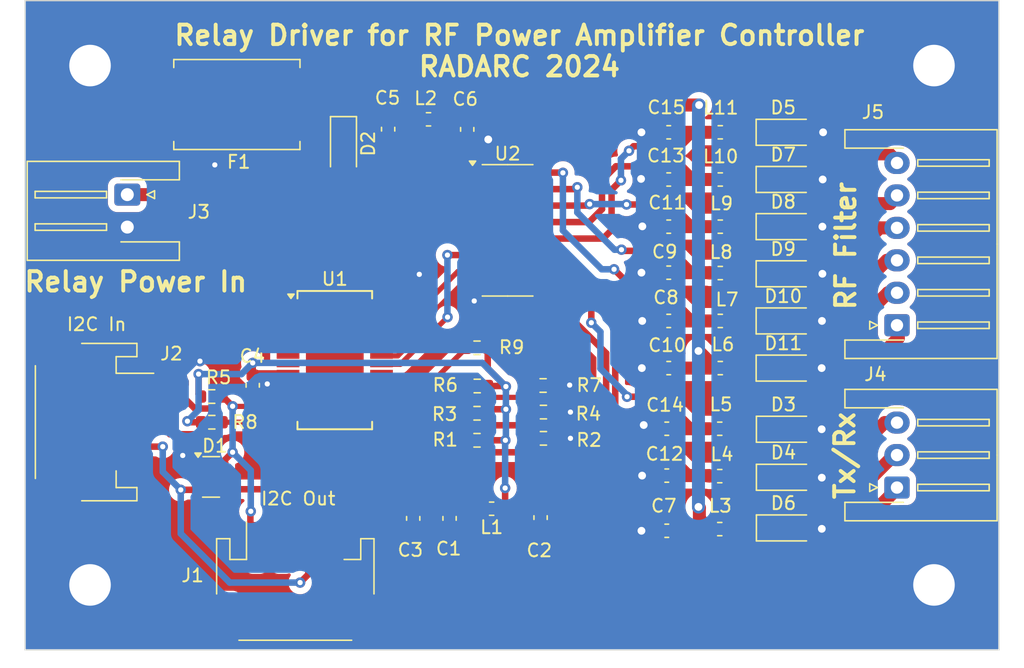
<source format=kicad_pcb>
(kicad_pcb (version 20240108) (generator "pcbnew") (generator_version "8.0")
  (layers (0 "F.Cu" signal) (31 "B.Cu" signal) (34 "B.Paste" user) (35 "F.Paste" user) (36 "B.SilkS" user "B.Silkscreen") (37 "F.SilkS" user "F.Silkscreen") (38 "B.Mask" user) (39 "F.Mask" user) (44 "Edge.Cuts" user))
  (net 0 "")
  (net 1 "Net-(J1-Pin_3)")
  (net 2 "GND")
  (net 3 "+3.3V")
  (net 4 "Net-(D2-K)")
  (net 5 "Net-(U2-COM)")
  (net 6 "Net-(U2-O1)")
  (net 7 "Net-(U2-O2)")
  (net 8 "Net-(U2-O3)")
  (net 9 "Net-(U2-O6)")
  (net 10 "Net-(U2-O4)")
  (net 11 "Net-(U2-O7)")
  (net 12 "Net-(U2-O5)")
  (net 13 "Net-(J1-Pin_2)")
  (net 14 "Net-(J1-Pin_1)")
  (net 15 "Net-(D3-K)")
  (net 16 "Net-(D4-K)")
  (net 17 "Net-(D5-K)")
  (net 18 "Net-(D6-K)")
  (net 19 "Net-(D7-K)")
  (net 20 "Net-(D8-K)")
  (net 21 "Net-(D9-K)")
  (net 22 "Net-(D10-K)")
  (net 23 "Net-(D11-K)")
  (net 24 "Net-(J3-Pin_1)")
  (net 25 "Net-(U1-A0)")
  (net 26 "Net-(U1-A1)")
  (net 27 "Net-(U1-A2)")
  (net 28 "Net-(U1-~{RESET})")
  (net 29 "Net-(U1-GPB0)")
  (net 30 "Net-(U1-GPB1)")
  (net 31 "Net-(U1-GPB2)")
  (net 32 "Net-(U1-GPB3)")
  (net 33 "Net-(U1-GPB4)")
  (net 41 "Net-(U1-GPA0)")
  (net 42 "Net-(U1-GPA1)")
  (footprint "Inductor_SMD:L_0603_1608Metric" (layer "F.Cu") (at 35.93 39.13 180)
    (property "Reference" "L1")
    (property "Value" "1uH")
  )
  (footprint "Connector_JST:JST_XH_S6B-XH-A-1_1x06_P2.50mm_Horizontal" (layer "F.Cu") (at 67.15 25 90)
    (property "Reference" "J5")
    (property "Value" "Conn_01x06")
  )
  (footprint "Capacitor_SMD:C_0603_1608Metric" (layer "F.Cu") (at 49.57 10.14 180)
    (property "Reference" "C15")
    (property "Value" "100n")
  )
  (footprint "Diode_SMD:D_SOD-123F" (layer "F.Cu") (at 58.5125 21.036)
    (property "Reference" "D9")
    (property "Value" "SMF4L12A")
  )
  (footprint "Connector_JST:JST_PH_S4B-PH-SM4-TB_1x04-1MP_P2.00mm_Horizontal" (layer "F.Cu") (at 5.3 32.46 -90)
    (property "Reference" "J2")
    (property "Value" "Conn_01x04")
  )
  (footprint "Diode_SMD:D_SOD-123F" (layer "F.Cu") (at 58.5125 10.14)
    (property "Reference" "D5")
    (property "Value" "SMF4L12A")
  )
  (footprint "Diode_SMD:D_SOD-123F" (layer "F.Cu") (at 58.5125 28.3)
    (property "Reference" "D11")
    (property "Value" "SMF4L12A")
  )
  (footprint "Capacitor_SMD:C_0603_1608Metric" (layer "F.Cu") (at 49.42 32.97 180)
    (property "Reference" "C14")
    (property "Value" "100n")
  )
  (footprint "Package_SO:SO-16_3.9x9.9mm_P1.27mm" (layer "F.Cu") (at 37.16 17.69)
    (property "Reference" "U2")
    (property "Value" "ULN2003A")
  )
  (footprint "MountingHole:MountingHole_3.2mm_M3_DIN965_Pad" (layer "F.Cu") (at 5 45)
    (property "Reference" "H1" (hide yes))
    (property "Value" "MountingHole_Pad")
  )
  (footprint "Resistor_SMD:R_0603_1608Metric" (layer "F.Cu") (at 34.82 29.68 180)
    (property "Reference" "R6")
    (property "Value" "10K")
  )
  (footprint "Capacitor_SMD:C_0603_1608Metric" (layer "F.Cu") (at 32.69 39.875 -90)
    (property "Reference" "C1")
    (property "Value" "100n")
  )
  (footprint "Resistor_SMD:R_0603_1608Metric" (layer "F.Cu") (at 34.805 31.78 180)
    (property "Reference" "R3")
    (property "Value" "10K")
  )
  (footprint "Inductor_SMD:L_0603_1608Metric" (layer "F.Cu") (at 53.5 32.97 180)
    (property "Reference" "L5")
    (property "Value" "1uH")
  )
  (footprint "Diode_SMD:D_SOD-123F" (layer "F.Cu") (at 58.5325 40.61)
    (property "Reference" "D6")
    (property "Value" "SMF4L12A")
  )
  (footprint "Capacitor_SMD:C_0603_1608Metric" (layer "F.Cu") (at 29.89 39.875 -90)
    (property "Reference" "C3")
    (property "Value" "1u")
  )
  (footprint "Capacitor_SMD:C_0603_1608Metric" (layer "F.Cu") (at 49.57 17.406389 180)
    (property "Reference" "C11")
    (property "Value" "100n")
  )
  (footprint "MountingHole:MountingHole_3.2mm_M3_DIN965_Pad" (layer "F.Cu") (at 5 5)
    (property "Reference" "H2" (hide yes))
    (property "Value" "MountingHole_Pad")
  )
  (footprint "Connector_JST:JST_XH_S3B-XH-A-1_1x03_P2.50mm_Horizontal" (layer "F.Cu") (at 67.15 37.5 90)
    (property "Reference" "J4")
    (property "Value" "Conn_01x03")
  )
  (footprint "Capacitor_SMD:C_0603_1608Metric" (layer "F.Cu") (at 39.7 39.815 -90)
    (property "Reference" "C2")
    (property "Value" "100n")
  )
  (footprint "Resistor_SMD:R_0603_1608Metric" (layer "F.Cu") (at 34.805 26.74 180)
    (property "Reference" "R9")
    (property "Value" "10K")
  )
  (footprint "Package_TO_SOT_SMD:SOT-143" (layer "F.Cu") (at 14.32 36.68)
    (property "Reference" "D1")
    (property "Value" "SP0503BAHT")
  )
  (footprint "Capacitor_SMD:C_0603_1608Metric" (layer "F.Cu") (at 34.05 9.915 -90)
    (property "Reference" "C6")
    (property "Value" "100n")
  )
  (footprint "Inductor_SMD:L_0603_1608Metric" (layer "F.Cu") (at 53.5 40.7 180)
    (property "Reference" "L3")
    (property "Value" "1uH")
  )
  (footprint "Resistor_SMD:R_0603_1608Metric" (layer "F.Cu") (at 14.37 30.49)
    (property "Reference" "R5")
    (property "Value" "4k7")
  )
  (footprint "Inductor_SMD:L_0603_1608Metric" (layer "F.Cu") (at 31.07 9.14 180)
    (property "Reference" "L2")
    (property "Value" "1uH")
  )
  (footprint "Capacitor_SMD:C_0603_1608Metric" (layer "F.Cu") (at 49.57 13.775186 180)
    (property "Reference" "C13")
    (property "Value" "100n")
  )
  (footprint "Capacitor_SMD:C_0603_1608Metric" (layer "F.Cu") (at 17.53 29.625 -90)
    (property "Reference" "C4")
    (property "Value" "100n")
  )
  (footprint "Capacitor_SMD:C_0603_1608Metric" (layer "F.Cu") (at 49.57 20.95 180)
    (property "Reference" "C9")
    (property "Value" "100n")
  )
  (footprint "Inductor_SMD:L_0603_1608Metric" (layer "F.Cu") (at 53.54 13.775186 180)
    (property "Reference" "L10")
    (property "Value" "1uH")
  )
  (footprint "Package_SO:SSOP-28_5.3x10.2mm_P0.65mm" (layer "F.Cu") (at 23.85 27.685)
    (property "Reference" "U1")
    (property "Value" "MCP23017_SO")
  )
  (footprint "Connector_JST:JST_XH_S2B-XH-A-1_1x02_P2.50mm_Horizontal" (layer "F.Cu") (at 7.87 14.94 -90)
    (property "Reference" "J3")
    (property "Value" "Conn_01x02")
  )
  (footprint "Inductor_SMD:L_0603_1608Metric" (layer "F.Cu") (at 53.5 36.62 180)
    (property "Reference" "L4")
    (property "Value" "1uH")
  )
  (footprint "Capacitor_SMD:C_0603_1608Metric" (layer "F.Cu") (at 49.42 40.83 180)
    (property "Reference" "C7")
    (property "Value" "100n")
  )
  (footprint "Capacitor_SMD:C_0603_1608Metric" (layer "F.Cu") (at 49.57 24.668795 180)
    (property "Reference" "C8")
    (property "Value" "100n")
  )
  (footprint "Resistor_SMD:R_0603_1608Metric" (layer "F.Cu") (at 39.92 31.69)
    (property "Reference" "R4")
    (property "Value" "NF")
  )
  (footprint "Resistor_SMD:R_0603_1608Metric" (layer "F.Cu") (at 39.92 33.71)
    (property "Reference" "R2")
    (property "Value" "NF")
  )
  (footprint "Diode_SMD:D_SOD-123F" (layer "F.Cu") (at 58.5325 36.71)
    (property "Reference" "D4")
    (property "Value" "SMF4L12A")
  )
  (footprint "Inductor_SMD:L_0603_1608Metric" (layer "F.Cu") (at 53.54 10.14 180)
    (property "Reference" "L11")
    (property "Value" "1uH")
  )
  (footprint "Capacitor_SMD:C_0603_1608Metric" (layer "F.Cu") (at 49.42 36.58 180)
    (property "Reference" "C12")
    (property "Value" "100n")
  )
  (footprint "Inductor_SMD:L_0603_1608Metric" (layer "F.Cu") (at 53.54 17.406389 180)
    (property "Reference" "L9")
    (property "Value" "1uH")
  )
  (footprint "Diode_SMD:D_SOD-123F" (layer "F.Cu") (at 58.5125 17.404)
    (property "Reference" "D8")
    (property "Value" "SMF4L12A")
  )
  (footprint "Resistor_SMD:R_0603_1608Metric" (layer "F.Cu") (at 14.38 32.47)
    (property "Reference" "R8")
    (property "Value" "4k7")
  )
  (footprint "Resistor_SMD:R_0603_1608Metric" (layer "F.Cu") (at 34.805 33.86 180)
    (property "Reference" "R1")
    (property "Value" "10K")
  )
  (footprint "MountingHole:MountingHole_3.2mm_M3_DIN965_Pad" (layer "F.Cu") (at 70 45)
    (property "Reference" "H4" (hide yes))
    (property "Value" "MountingHole_Pad")
  )
  (footprint "Connector_JST:JST_PH_S4B-PH-SM4-TB_1x04-1MP_P2.00mm_Horizontal" (layer "F.Cu") (at 20.81 44.75)
    (property "Reference" "J1")
    (property "Value" "Conn_01x04")
  )
  (footprint "Inductor_SMD:L_0603_1608Metric" (layer "F.Cu") (at 53.54 28.3 180)
    (property "Reference" "L6")
    (property "Value" "1uH")
  )
  (footprint "MountingHole:MountingHole_3.2mm_M3_DIN965_Pad" (layer "F.Cu") (at 70 5)
    (property "Reference" "H3" (hide yes))
    (property "Value" "MountingHole_Pad")
  )
  (footprint "Inductor_SMD:L_0603_1608Metric" (layer "F.Cu") (at 53.54 20.98 180)
    (property "Reference" "L8")
    (property "Value" "1uH")
  )
  (footprint "Diode_SMD:D_SOD-123F" (layer "F.Cu") (at 58.5125 13.772)
    (property "Reference" "D7")
    (property "Value" "SMF4L12A")
  )
  (footprint "Capacitor_SMD:C_0603_1608Metric" (layer "F.Cu") (at 27.96 9.9 -90)
    (property "Reference" "C5")
    (property "Value" "100n")
  )
  (footprint "Capacitor_SMD:C_0603_1608Metric" (layer "F.Cu") (at 49.57 28.3 180)
    (property "Reference" "C10")
    (property "Value" "100n")
  )
  (footprint "Diode_SMD:D_SOD-123F" (layer "F.Cu") (at 58.5325 33.01)
    (property "Reference" "D3")
    (property "Value" "SMF4L12A")
  )
  (footprint "Resistor_SMD:R_0603_1608Metric" (layer "F.Cu") (at 39.895 29.64)
    (property "Reference" "R7")
    (property "Value" "NF")
  )
  (footprint "Diode_SMD:D_SOD-123F" (layer "F.Cu") (at 58.5125 24.668)
    (property "Reference" "D10")
    (property "Value" "SMF4L12A")
  )
  (footprint "Diode_SMD:D_SOD-123F" (layer "F.Cu") (at 24.52 11.1425 -90)
    (property "Reference" "D2")
    (property "Value" "SMF4L12A")
  )
  (footprint "Inductor_SMD:L_0603_1608Metric" (layer "F.Cu") (at 53.54 24.668795 180)
    (property "Reference" "L7")
    (property "Value" "1uH")
  )
  (footprint "Fuse:Fuse_Bourns_MF-SM_9.5x6.71mm" (layer "F.Cu") (at 16.31 8 180)
    (property "Reference" "F1")
    (property "Value" " 500mA")
  )
  (gr_line (start 75 50) (end 75 0) (stroke (width 0.1)) (layer "Edge.Cuts"))
  (gr_line (start 0 50) (end 75 50) (stroke (width 0.1)) (layer "Edge.Cuts"))
  (gr_line (start 0 0) (end 0 50) (stroke (width 0.1)) (layer "Edge.Cuts"))
  (gr_line (start 75 0) (end 0 0) (stroke (width 0.1)) (layer "Edge.Cuts"))
  (gr_text "Relay Driver for RF Power Amplifier Controller\nRADARC 2024" (at 38.07 5.96 0) (layer "F.SilkS") (effects (font (size 1.5 1.5) (thickness 0.3) (bold yes)) (justify bottom)))
  (gr_text "Tx/Rx" (at 64.01 38.56 90) (layer "F.SilkS") (effects (font (size 1.5 1.5) (thickness 0.3) (bold yes)) (justify left bottom)))
  (gr_text "I2C In" (at 3.12 25.51 0) (layer "F.SilkS") (effects (font (size 1 1)) (justify left bottom)))
  (gr_text "I2C Out" (at 18.08 38.94 0) (layer "F.SilkS") (effects (font (size 1 1)) (justify left bottom)))
  (gr_text "RF Filter" (at 64.08 23.98 90) (layer "F.SilkS") (effects (font (size 1.5 1.5) (thickness 0.3) (bold yes)) (justify left bottom)))
  (gr_text "Relay Power In" (at -0.21 22.53 0) (layer "F.SilkS") (effects (font (size 1.5 1.5) (thickness 0.3) (bold yes)) (justify left bottom)))
  (segment (start 21.81 41.9) (end 21.81 44.19) (width 0.5) (layer "F.Cu") (net 1))
  (segment (start 21.81 41.9) (end 21.81 41.160051) (width 0.5) (layer "F.Cu") (net 1))
  (segment (start 9.04 34.35) (end 10.6 34.35) (width 0.5) (layer "F.Cu") (net 1))
  (segment (start 8.15 33.46) (end 9.04 34.35) (width 0.5) (layer "F.Cu") (net 1))
  (segment (start 11.986551 37.67576) (end 13.27424 37.67576) (width 0.5) (layer "F.Cu") (net 1))
  (segment (start 35.1425 39.13) (end 32.72 39.13) (width 0.5) (layer "F.Cu") (net 1))
  (segment (start 32.69 39.1) (end 29.89 39.1) (width 0.5) (layer "F.Cu") (net 1))
  (segment (start 23.870051 39.1) (end 29.89 39.1) (width 0.5) (layer "F.Cu") (net 1))
  (segment (start 21.81 41.160051) (end 23.870051 39.1) (width 0.5) (layer "F.Cu") (net 1))
  (segment (start 32.72 39.13) (end 32.69 39.1) (width 0.5) (layer "F.Cu") (net 1))
  (segment (start 13.27424 37.67576) (end 13.32 37.63) (width 0.5) (layer "F.Cu") (net 1))
  (segment (start 21.81 44.19) (end 21.18 44.82) (width 0.5) (layer "F.Cu") (net 1))
  (via (at 10.6 34.35) (size 0.8) (drill 0.4) (layers "F.Cu" "B.Cu") (net 1))
  (via (at 11.986551 37.67576) (size 0.8) (drill 0.4) (layers "F.Cu" "B.Cu") (net 1))
  (via (at 21.18 44.82) (size 0.8) (drill 0.4) (layers "F.Cu" "B.Cu") (net 1))
  (segment (start 15.76 44.82) (end 21.18 44.82) (width 0.5) (layer "B.Cu") (net 1))
  (segment (start 10.6 36.289209) (end 11.986551 37.67576) (width 0.5) (layer "B.Cu") (net 1))
  (segment (start 11.986551 37.67576) (end 11.986551 41.046551) (width 0.5) (layer "B.Cu") (net 1))
  (segment (start 10.6 36.12) (end 10.6 36.289209) (width 0.5) (layer "B.Cu") (net 1))
  (segment (start 10.6 34.35) (end 10.6 36.12) (width 0.5) (layer "B.Cu") (net 1))
  (segment (start 11.986551 41.046551) (end 15.76 44.82) (width 0.5) (layer "B.Cu") (net 1))
  (segment (start 59.9125 28.3) (end 61.35 28.3) (width 1) (layer "F.Cu") (net 2))
  (segment (start 13.467208 27.76629) (end 14.89629 27.76629) (width 0.5) (layer "F.Cu") (net 2))
  (segment (start 8.15 35.46) (end 8.15 41.85) (width 0.5) (layer "F.Cu") (net 2))
  (segment (start 48.645 36.58) (end 47.52 36.58) (width 1) (layer "F.Cu") (net 2))
  (segment (start 18.65 29.28) (end 18.65 29.52) (width 0.4) (layer "F.Cu") (net 2))
  (segment (start 48.795 28.3) (end 47.5 28.3) (width 1) (layer "F.Cu") (net 2))
  (segment (start 34.035 10.675) (end 34.05 10.69) (width 1) (layer "F.Cu") (net 2))
  (segment (start 20.25 29.31) (end 18.62 29.31) (width 0.4) (layer "F.Cu") (net 2))
  (segment (start 59.9125 21.036) (end 61.406 21.036) (width 1) (layer "F.Cu") (net 2))
  (segment (start 13.32 35.9) (end 13.01 35.9) (width 0.5) (layer "F.Cu") (net 2))
  (segment (start 18.41 29.52) (end 17.53 30.4) (width 0.4) (layer "F.Cu") (net 2))
  (segment (start 59.9325 40.61) (end 61.29 40.61) (width 1) (layer "F.Cu") (net 2))
  (segment (start 24.52 12.5425) (end 26.0925 12.5425) (width 1) (layer "F.Cu") (net 2))
  (segment (start 61.29 40.61) (end 61.36 40.68) (width 1) (layer "F.Cu") (net 2))
  (segment (start 48.645 40.83) (end 47.47 40.83) (width 1) (layer "F.Cu") (net 2))
  (segment (start 8.62 35.93) (end 13.32 35.93) (width 0.5) (layer "F.Cu") (net 2))
  (segment (start 8.15 41.85) (end 5 45) (width 0.5) (layer "F.Cu") (net 2))
  (segment (start 59.9325 33.01) (end 61.35 33.01) (width 1) (layer "F.Cu") (net 2))
  (segment (start 26.0925 12.5425) (end 27.96 10.675) (width 1) (layer "F.Cu") (net 2))
  (segment (start 23.81 41.9) (end 28.64 41.9) (width 0.5) (layer "F.Cu") (net 2))
  (segment (start 34.05 10.69) (end 35.67 10.69) (width 1) (layer "F.Cu") (net 2))
  (segment (start 14.89629 27.76629) (end 17.53 30.4) (width 0.5) (layer "F.Cu") (net 2))
  (segment (start 44.68 10.69) (end 45.23 10.14) (width 1) (layer "F.Cu") (net 2))
  (segment (start 59.9125 13.772) (end 61.428 13.772) (width 1) (layer "F.Cu") (net 2))
  (segment (start 48.795 17.406389) (end 47.560963 17.406389) (width 1) (layer "F.Cu") (net 2))
  (segment (start 40.72 29.64) (end 41.91 29.64) (width 0.5) (layer "F.Cu") (net 2))
  (segment (start 59.9125 24.668) (end 61.372 24.668) (width 1) (layer "F.Cu") (net 2))
  (segment (start 41.91 29.64) (end 41.94 29.61) (width 0.5) (layer "F.Cu") (net 2))
  (segment (start 47.560963 17.406389) (end 47.538676 17.384102) (width 1) (layer "F.Cu") (net 2))
  (segment (start 28.64 41.9) (end 29.89 40.65) (width 0.5) (layer "F.Cu") (net 2))
  (segment (start 29.89 40.65) (end 32.69 40.65) (width 0.5) (layer "F.Cu") (net 2))
  (segment (start 45.23 10.14) (end 47.47 10.14) (width 1) (layer "F.Cu") (net 2))
  (segment (start 48.795 10.14) (end 47.47 10.14) (width 1) (layer "F.Cu") (net 2))
  (segment (start 13.01 35.9) (end 12.14 35.03) (width 0.5) (layer "F.Cu") (net 2))
  (segment (start 48.645 32.97) (end 47.928506 32.97) (width 1) (layer "F.Cu") (net 2))
  (segment (start 34.585 23.125) (end 34.59 23.13) (width 0.5) (layer "F.Cu") (net 2))
  (segment (start 48.795 20.95) (end 47.47 20.95) (width 1) (layer "F.Cu") (net 2))
  (segment (start 8.15 35.46) (end 8.62 35.93) (width 0.5) (layer "F.Cu") (net 2))
  (segment (start 42 38.29) (end 42 33.71) (width 0.5) (layer "F.Cu") (net 2))
  (segment (start 40.745 31.69) (end 42 31.69) (width 0.5) (layer "F.Cu") (net 2))
  (segment (start 47.485186 13.775186) (end 47.44 13.73) (width 1) (layer "F.Cu") (net 2))
  (segment (start 7.87 17.44) (end 11.5925 17.44) (width 1) (layer "F.Cu") (net 2))
  (segment (start 59.9125 17.404) (end 61.406 17.404) (width 1) (layer "F.Cu") (net 2))
  (segment (start 61.33 36.71) (end 61.36 36.74) (width 1) (layer "F.Cu") (net 2))
  (segment (start 48.795 13.775186) (end 47.485186 13.775186) (width 1) (layer "F.Cu") (net 2))
  (segment (start 39.7 40.59) (end 42 38.29) (width 0.5) (layer "F.Cu") (net 2))
  (segment (start 59.9125 10.14) (end 61.46 10.14) (width 1) (layer "F.Cu") (net 2))
  (segment (start 59.9325 36.71) (end 61.33 36.71) (width 1) (layer "F.Cu") (net 2))
  (segment (start 35.67 10.69) (end 44.68 10.69) (width 1) (layer "F.Cu") (net 2))
  (segment (start 39.64 40.65) (end 39.7 40.59) (width 0.5) (layer "F.Cu") (net 2))
  (segment (start 48.795 24.668795) (end 47.528795 24.668795) (width 1) (layer "F.Cu") (net 2))
  (segment (start 18.65 29.52) (end 18.41 29.52) (width 0.4) (layer "F.Cu") (net 2))
  (segment (start 27.96 10.675) (end 34.035 10.675) (width 1) (layer "F.Cu") (net 2))
  (segment (start 32.69 40.65) (end 39.64 40.65) (width 0.5) (layer "F.Cu") (net 2))
  (segment (start 47.928506 32.97) (end 47.644253 32.685747) (width 1) (layer "F.Cu") (net 2))
  (segment (start 40.745 33.71) (end 42 33.71) (width 0.5) (layer "F.Cu") (net 2))
  (segment (start 34.585 22.135) (end 34.585 23.125) (width 0.5) (layer "F.Cu") (net 2))
  (segment (start 18.62 29.31) (end 18.65 29.28) (width 0.4) (layer "F.Cu") (net 2))
  (segment (start 13.32 35.93) (end 13.32 35.9) (width 0.5) (layer "F.Cu") (net 2))
  (via (at 61.36 36.74) (size 1) (drill 0.6) (layers "F.Cu" "B.Cu") (net 2))
  (via (at 13.467208 27.76629) (size 0.8) (drill 0.4) (layers "F.Cu" "B.Cu") (net 2))
  (via (at 12.14 35.03) (size 0.8) (drill 0.4) (layers "F.Cu" "B.Cu") (net 2))
  (via (at 18.65 29.52) (size 0.8) (drill 0.4) (layers "F.Cu" "B.Cu") (net 2))
  (via (at 47.644253 32.685747) (size 1) (drill 0.6) (layers "F.Cu" "B.Cu") (net 2))
  (via (at 47.528795 24.668795) (size 1) (drill 0.6) (layers "F.Cu" "B.Cu") (net 2))
  (via (at 61.406 21.036) (size 1) (drill 0.6) (layers "F.Cu" "B.Cu") (net 2))
  (via (at 61.36 40.68) (size 1) (drill 0.6) (layers "F.Cu" "B.Cu") (net 2))
  (via (at 47.47 40.83) (size 1) (drill 0.6) (layers "F.Cu" "B.Cu") (net 2))
  (via (at 35.67 10.69) (size 1) (drill 0.6) (layers "F.Cu" "B.Cu") (net 2))
  (via (at 47.44 13.73) (size 1) (drill 0.6) (layers "F.Cu" "B.Cu") (net 2))
  (via (at 30.36 21.08) (size 0.8) (drill 0.4) (layers "F.Cu" "B.Cu") (net 2))
  (via (at 47.52 36.58) (size 1) (drill 0.6) (layers "F.Cu" "B.Cu") (net 2))
  (via (at 34.59 23.13) (size 0.8) (drill 0.4) (layers "F.Cu" "B.Cu") (net 2))
  (via (at 61.35 33.01) (size 1) (drill 0.6) (layers "F.Cu" "B.Cu") (net 2))
  (via (at 14.61 12.65) (size 0.8) (drill 0.4) (layers "F.Cu" "B.Cu") (net 2))
  (via (at 47.47 10.14) (size 1) (drill 0.6) (layers "F.Cu" "B.Cu") (net 2))
  (via (at 61.372 24.668) (size 1) (drill 0.6) (layers "F.Cu" "B.Cu") (net 2))
  (via (at 47.5 28.3) (size 1) (drill 0.6) (layers "F.Cu" "B.Cu") (net 2))
  (via (at 47.47 20.95) (size 1) (drill 0.6) (layers "F.Cu" "B.Cu") (net 2))
  (via (at 42 33.71) (size 0.8) (drill 0.4) (layers "F.Cu" "B.Cu") (net 2))
  (via (at 61.428 13.772) (size 1) (drill 0.6) (layers "F.Cu" "B.Cu") (net 2))
  (via (at 42 31.69) (size 0.8) (drill 0.4) (layers "F.Cu" "B.Cu") (net 2))
  (via (at 61.406 17.404) (size 1) (drill 0.6) (layers "F.Cu" "B.Cu") (net 2))
  (via (at 41.94 29.61) (size 0.8) (drill 0.4) (layers "F.Cu" "B.Cu") (net 2))
  (via (at 61.35 28.3) (size 1) (drill 0.6) (layers "F.Cu" "B.Cu") (net 2))
  (via (at 47.538676 17.384102) (size 1) (drill 0.6) (layers "F.Cu" "B.Cu") (net 2))
  (via (at 61.46 10.14) (size 1) (drill 0.6) (layers "F.Cu" "B.Cu") (net 2))
  (segment (start 41.94 31.63) (end 41.94 29.61) (width 0.5) (layer "B.Cu") (net 2))
  (segment (start 47.538676 13.828676) (end 47.538676 17.384102) (width 1) (layer "B.Cu") (net 2))
  (segment (start 47.46 28.34) (end 47.46 32.501494) (width 1) (layer "B.Cu") (net 2))
  (segment (start 11.6 34.49) (end 11.6 29.318447) (width 0.5) (layer "B.Cu") (net 2))
  (segment (start 61.406 24.634) (end 61.372 24.668) (width 1) (layer "B.Cu") (net 2))
  (segment (start 47.48 32.85) (end 47.644253 32.685747) (width 1) (layer "B.Cu") (net 2))
  (segment (start 61.36 40.68) (end 61.36 36.74) (width 1) (layer "B.Cu") (net 2))
  (segment (start 61.372 28.278) (end 61.35 28.3) (width 1) (layer "B.Cu") (net 2))
  (segment (start 61.406 21.036) (end 61.406 24.634) (width 1) (layer "B.Cu") (net 2))
  (segment (start 46.648506 31.69) (end 47.644253 32.685747) (width 0.5) (layer "B.Cu") (net 2))
  (segment (start 47.47 36.63) (end 47.52 36.58) (width 1) (layer "B.Cu") (net 2))
  (segment (start 61.36 40.68) (end 65.68 45) (width 1) (layer "B.Cu") (net 2))
  (segment (start 61.46 10.14) (end 61.46 7.72) (width 1) (layer "B.Cu") (net 2))
  (segment (start 61.36 36.74) (end 61.36 33.02) (width 1) (layer "B.Cu") (net 2))
  (segment (start 39.802254 29.61) (end 41.94 29.61) (width 0.5) (layer "B.Cu") (net 2))
  (segment (start 61.428 17.382) (end 61.406 17.404) (width 1) (layer "B.Cu") (net 2))
  (segment (start 7.87 17.44) (end 7.87 22.169082) (width 0.5) (layer "B.Cu") (net 2))
  (segment (start 47.5 28.3) (end 47.46 28.34) (width 1) (layer "B.Cu") (net 2))
  (segment (start 42 31.69) (end 41.94 31.63) (width 0.5) (layer "B.Cu") (net 2))
  (segment (start 34.59 23.13) (end 34.59 24.397746) (width 0.5) (layer "B.Cu") (net 2))
  (segment (start 47.44 13.73) (end 47.611434 13.558566) (width 1) (layer "B.Cu") (net 2))
  (segment (start 13.152157 27.76629) (end 13.467208 27.76629) (width 0.5) (layer "B.Cu") (net 2))
  (segment (start 47.611434 13.558566) (end 47.611434 10.281434) (width 1) (layer "B.Cu") (net 2))
  (segment (start 7.87 22.169082) (end 13.467208 27.76629) (width 0.5) (layer "B.Cu") (net 2))
  (segment (start 61.35 28.3) (end 61.35 33.01) (width 1) (layer "B.Cu") (net 2))
  (segment (start 47.528795 24.668795) (end 47.528795 28.271205) (width 1) (layer "B.Cu") (net 2))
  (segment (start 47.47 20.95) (end 47.47 24.61) (width 1) (layer "B.Cu") (net 2))
  (segment (start 64.18 5) (end 70 5) (width 1) (layer "B.Cu") (net 2))
  (segment (start 47.611434 10.281434) (end 47.47 10.14) (width 1) (layer "B.Cu") (net 2))
  (segment (start 12.65 12.65) (end 14.61 12.65) (width 1) (layer "B.Cu") (net 2))
  (segment (start 61.46 13.74) (end 61.428 13.772) (width 1) (layer "B.Cu") (net 2))
  (segment (start 35.67 10.69) (end 36.21 10.15) (width 1) (layer "B.Cu") (net 2))
  (segment (start 12.14 35.03) (end 11.6 34.49) (width 0.5) (layer "B.Cu") (net 2))
  (segment (start 47.47 24.61) (end 47.528795 24.668795) (width 1) (layer "B.Cu") (net 2))
  (segment (start 61.372 24.668) (end 61.372 28.278) (width 1) (layer "B.Cu") (net 2))
  (segment (start 47.46 10.13) (end 47.47 10.14) (width 1) (layer "B.Cu") (net 2))
  (segment (start 5 5) (end 12.65 12.65) (width 1) (layer "B.Cu") (net 2))
  (segment (start 47.46 32.501494) (end 47.644253 32.685747) (width 1) (layer "B.Cu") (net 2))
  (segment (start 42 31.69) (end 46.648506 31.69) (width 0.5) (layer "B.Cu") (net 2))
  (segment (start 47.52 36.58) (end 47.48 36.54) (width 1) (layer "B.Cu") (net 2))
  (segment (start 34.59 24.397746) (end 39.802254 29.61) (width 0.5) (layer "B.Cu") (net 2))
  (segment (start 47.44 13.73) (end 47.538676 13.828676) (width 1) (layer "B.Cu") (net 2))
  (segment (start 47.47 40.83) (end 47.47 36.63) (width 1) (layer "B.Cu") (net 2))
  (segment (start 47.47 20.95) (end 47.534909 20.885091) (width 1) (layer "B.Cu") (net 2))
  (segment (start 61.428 13.772) (end 61.428 17.382) (width 1) (layer "B.Cu") (net 2))
  (segment (start 61.36 33.02) (end 61.35 33.01) (width 1) (layer "B.Cu") (net 2))
  (segment (start 14.61 12.59) (end 14.61 12.65) (width 1) (layer "B.Cu") (net 2))
  (segment (start 47.534909 17.387869) (end 47.538676 17.384102) (width 1) (layer "B.Cu") (net 2))
  (segment (start 47.528795 28.271205) (end 47.5 28.3) (width 1) (layer "B.Cu") (net 2))
  (segment (start 47.48 36.54) (end 47.48 32.85) (width 1) (layer "B.Cu") (net 2))
  (segment (start 61.46 7.72) (end 64.18 5) (width 1) (layer "B.Cu") (net 2))
  (segment (start 11.6 29.318447) (end 13.152157 27.76629) (width 0.5) (layer "B.Cu") (net 2))
  (segment (start 65.68 45) (end 70 45) (width 1) (layer "B.Cu") (net 2))
  (segment (start 61.406 17.404) (end 61.406 21.036) (width 1) (layer "B.Cu") (net 2))
  (segment (start 47.534909 20.885091) (end 47.534909 17.387869) (width 1) (layer "B.Cu") (net 2))
  (segment (start 61.46 10.14) (end 61.46 13.74) (width 1) (layer "B.Cu") (net 2))
  (segment (start 42 31.69) (end 42 33.71) (width 0.5) (layer "B.Cu") (net 2))
  (segment (start 12.58 32.47) (end 12.5 32.39) (width 0.5) (layer "F.Cu") (net 3))
  (segment (start 13.555 30.5) (end 13.545 30.49) (width 0.5) (layer "F.Cu") (net 3))
  (segment (start 13.545 30.49) (end 13.36 30.305) (width 0.5) (layer "F.Cu") (net 3))
  (segment (start 35.63 28.32) (end 37.03 29.72) (width 0.5) (layer "F.Cu") (net 3))
  (segment (start 20.25 28.66) (end 17.72 28.66) (width 0.4) (layer "F.Cu") (net 3))
  (segment (start 36.7175 39.13) (end 36.97 38.8775) (width 0.5) (layer "F.Cu") (net 3))
  (segment (start 35.63 26.74) (end 35.63 28.32) (width 0.5) (layer "F.Cu") (net 3))
  (segment (start 39.7 39.04) (end 36.8075 39.04) (width 0.5) (layer "F.Cu") (net 3))
  (segment (start 36.99 29.68) (end 37.03 29.72) (width 0.5) (layer "F.Cu") (net 3))
  (segment (start 35.66 31.75) (end 35.94 31.47) (width 0.5) (layer "F.Cu") (net 3))
  (segment (start 17.72 28.66) (end 17.53 28.85) (width 0.4) (layer "F.Cu") (net 3))
  (segment (start 35.63 31.78) (end 35.66 31.75) (width 0.5) (layer "F.Cu") (net 3))
  (segment (start 35.94 31.47) (end 37.03 31.47) (width 0.5) (layer "F.Cu") (net 3))
  (segment (start 17.53 28.85) (end 17.53 27.9) (width 0.5) (layer "F.Cu") (net 3))
  (segment (start 35.63 33.86) (end 36.99 33.86) (width 0.5) (layer "F.Cu") (net 3))
  (segment (start 13.36 30.305) (end 13.36 28.760529) (width 0.5) (layer "F.Cu") (net 3))
  (segment (start 36.97 38.8775) (end 36.97 37.54) (width 0.5) (layer "F.Cu") (net 3))
  (segment (start 13.555 32.47) (end 12.58 32.47) (width 0.5) (layer "F.Cu") (net 3))
  (segment (start 35.645 29.68) (end 36.99 29.68) (width 0.5) (layer "F.Cu") (net 3))
  (segment (start 36.8075 39.04) (end 36.7175 39.13) (width 0.5) (layer "F.Cu") (net 3))
  (via (at 17.53 27.9) (size 0.8) (drill 0.4) (layers "F.Cu" "B.Cu") (net 3))
  (via (at 37.03 31.47) (size 0.8) (drill 0.4) (layers "F.Cu" "B.Cu") (net 3))
  (via (at 12.5 32.39) (size 0.8) (drill 0.4) (layers "F.Cu" "B.Cu") (net 3))
  (via (at 36.97 37.54) (size 0.8) (drill 0.4) (layers "F.Cu" "B.Cu") (net 3))
  (via (at 13.36 28.760529) (size 0.8) (drill 0.4) (layers "F.Cu" "B.Cu") (net 3))
  (via (at 37.03 29.72) (size 0.8) (drill 0.4) (layers "F.Cu" "B.Cu") (net 3))
  (via (at 36.99 33.86) (size 0.8) (drill 0.4) (layers "F.Cu" "B.Cu") (net 3))
  (segment (start 37.03 33.82) (end 36.99 33.86) (width 0.5) (layer "B.Cu") (net 3))
  (segment (start 36.97 37.54) (end 36.97 33.88) (width 0.5) (layer "B.Cu") (net 3))
  (segment (start 37.03 31.47) (end 37.03 29.72) (width 0.5) (layer "B.Cu") (net 3))
  (segment (start 35.21 27.9) (end 37.03 29.72) (width 0.5) (layer "B.Cu") (net 3))
  (segment (start 13.36 28.760529) (end 13.36 31.53) (width 0.5) (layer "B.Cu") (net 3))
  (segment (start 37.03 31.47) (end 37.03 33.82) (width 0.5) (layer "B.Cu") (net 3))
  (segment (start 17.53 27.9) (end 35.21 27.9) (width 0.5) (layer "B.Cu") (net 3))
  (segment (start 17.53 27.9) (end 16.669471 28.760529) (width 0.5) (layer "B.Cu") (net 3))
  (segment (start 16.669471 28.760529) (end 13.36 28.760529) (width 0.5) (layer "B.Cu") (net 3))
  (segment (start 13.36 31.53) (end 12.5 32.39) (width 0.5) (layer "B.Cu") (net 3))
  (segment (start 36.97 33.88) (end 36.99 33.86) (width 0.5) (layer "B.Cu") (net 3))
  (segment (start 30.2675 9.125) (end 30.2825 9.14) (width 1) (layer "F.Cu") (net 4))
  (segment (start 20.51 8) (end 22.79 8) (width 1) (layer "F.Cu") (net 4))
  (segment (start 27.96 9.125) (end 30.2675 9.125) (width 1) (layer "F.Cu") (net 4))
  (segment (start 26.835 8) (end 27.96 9.125) (width 1) (layer "F.Cu") (net 4))
  (segment (start 24.52 9.7425) (end 24.52 9.73) (width 1) (layer "F.Cu") (net 4))
  (segment (start 24.52 9.73) (end 22.79 8) (width 1) (layer "F.Cu") (net 4))
  (segment (start 22.79 8) (end 26.835 8) (width 1) (layer "F.Cu") (net 4))
  (segment (start 50.195 40.83) (end 52.5825 40.83) (width 1) (layer "F.Cu") (net 5))
  (segment (start 44.75 40.59) (end 45.94 41.78) (width 0.5) (layer "F.Cu") (net 5))
  (segment (start 52.5825 40.83) (end 52.7125 40.7) (width 1) (layer "F.Cu") (net 5))
  (segment (start 35.589988 8.040012) (end 51.91 8.040012) (width 1) (layer "F.Cu") (net 5))
  (segment (start 31.8575 9.14) (end 34.05 9.14) (width 1) (layer "F.Cu") (net 5))
  (segment (start 34.05 9.14) (end 34.49 9.14) (width 1) (layer "F.Cu") (net 5))
  (segment (start 52.7125 40.7) (end 51.93 39.9175) (width 1) (layer "F.Cu") (net 5))
  (segment (start 51.93 39.06) (end 51.86 38.99) (width 1) (layer "F.Cu") (net 5))
  (segment (start 49.245 41.78) (end 50.195 40.83) (width 0.5) (layer "F.Cu") (net 5))
  (segment (start 34.49 9.14) (end 35.589988 8.040012) (width 1) (layer "F.Cu") (net 5))
  (segment (start 52.7525 28.3) (end 52.7525 27.8725) (width 1) (layer "F.Cu") (net 5))
  (segment (start 45.94 41.78) (end 49.245 41.78) (width 0.5) (layer "F.Cu") (net 5))
  (segment (start 52.7525 27.8725) (end 51.86 26.98) (width 1) (layer "F.Cu") (net 5))
  (segment (start 51.93 39.9175) (end 51.93 39.06) (width 1) (layer "F.Cu") (net 5))
  (segment (start 44.75 27.15) (end 44.75 40.59) (width 0.5) (layer "F.Cu") (net 5))
  (segment (start 39.735 22.135) (end 44.75 27.15) (width 0.5) (layer "F.Cu") (net 5))
  (segment (start 50.345 28.3) (end 52.7525 28.3) (width 1) (layer "F.Cu") (net 5))
  (via (at 51.91 8.040012) (size 1) (drill 0.6) (layers "F.Cu" "B.Cu") (net 5))
  (via (at 51.86 26.98) (size 1) (drill 0.6) (layers "F.Cu" "B.Cu") (net 5))
  (via (at 51.86 38.99) (size 1) (drill 0.6) (layers "F.Cu" "B.Cu") (net 5))
  (segment (start 51.86 8.090012) (end 51.91 8.040012) (width 1) (layer "B.Cu") (net 5))
  (segment (start 51.86 26.98) (end 51.86 8.090012) (width 1) (layer "B.Cu") (net 5))
  (segment (start 51.86 38.99) (end 51.86 26.98) (width 1) (layer "B.Cu") (net 5))
  (segment (start 51.58 24.668795) (end 49.801205 22.89) (width 0.5) (layer "F.Cu") (net 6))
  (segment (start 50.345 24.668795) (end 51.58 24.668795) (width 1) (layer "F.Cu") (net 6))
  (segment (start 51.58 24.668795) (end 52.7525 24.668795) (width 1) (layer "F.Cu") (net 6))
  (segment (start 47.559984 22.89) (end 45.359984 20.69) (width 0.5) (layer "F.Cu") (net 6))
  (segment (start 41.405 13.245) (end 41.42 13.26) (width 0.5) (layer "F.Cu") (net 6))
  (segment (start 49.801205 22.89) (end 47.559984 22.89) (width 0.5) (layer "F.Cu") (net 6))
  (segment (start 39.735 13.245) (end 41.405 13.245) (width 0.5) (layer "F.Cu") (net 6))
  (via (at 45.359984 20.69) (size 0.8) (drill 0.4) (layers "F.Cu" "B.Cu") (net 6))
  (via (at 41.42 13.26) (size 0.8) (drill 0.4) (layers "F.Cu" "B.Cu") (net 6))
  (segment (start 41.42 17.7) (end 44.41 20.69) (width 0.5) (layer "B.Cu") (net 6))
  (segment (start 44.41 20.69) (end 45.359984 20.69) (width 0.5) (layer "B.Cu") (net 6))
  (segment (start 41.42 13.26) (end 41.42 17.7) (width 0.5) (layer "B.Cu") (net 6))
  (segment (start 49.87 19.27) (end 46.02 19.27) (width 0.5) (layer "F.Cu") (net 7))
  (segment (start 52.7225 20.95) (end 52.7525 20.98) (width 1) (layer "F.Cu") (net 7))
  (segment (start 50.345 20.95) (end 51.55 20.95) (width 1) (layer "F.Cu") (net 7))
  (segment (start 46.02 19.27) (end 45.93 19.18) (width 0.5) (layer "F.Cu") (net 7))
  (segment (start 39.735 14.515) (end 42.385 14.515) (width 0.5) (layer "F.Cu") (net 7))
  (segment (start 51.55 20.95) (end 52.7225 20.95) (width 1) (layer "F.Cu") (net 7))
  (segment (start 51.55 20.95) (end 49.87 19.27) (width 0.5) (layer "F.Cu") (net 7))
  (segment (start 42.385 14.515) (end 42.53 14.37) (width 0.5) (layer "F.Cu") (net 7))
  (via (at 45.93 19.18) (size 0.8) (drill 0.4) (layers "F.Cu" "B.Cu") (net 7))
  (via (at 42.53 14.37) (size 0.8) (drill 0.4) (layers "F.Cu" "B.Cu") (net 7))
  (segment (start 42.53 16.32) (end 45.39 19.18) (width 0.5) (layer "B.Cu") (net 7))
  (segment (start 42.53 14.37) (end 42.53 16.32) (width 0.5) (layer "B.Cu") (net 7))
  (segment (start 45.39 19.18) (end 45.93 19.18) (width 0.5) (layer "B.Cu") (net 7))
  (segment (start 39.735 15.785) (end 43.365 15.785) (width 0.5) (layer "F.Cu") (net 8))
  (segment (start 51.55 17.406389) (end 49.843611 15.7) (width 0.5) (layer "F.Cu") (net 8))
  (segment (start 51.55 17.406389) (end 52.7525 17.406389) (width 1) (layer "F.Cu") (net 8))
  (segment (start 43.365 15.785) (end 43.48 15.67) (width 0.5) (layer "F.Cu") (net 8))
  (segment (start 50.345 17.406389) (end 51.55 17.406389) (width 1) (layer "F.Cu") (net 8))
  (segment (start 49.843611 15.7) (end 46.32 15.7) (width 0.5) (layer "F.Cu") (net 8))
  (via (at 46.32 15.7) (size 0.8) (drill 0.4) (layers "F.Cu" "B.Cu") (net 8))
  (via (at 43.48 15.67) (size 0.8) (drill 0.4) (layers "F.Cu" "B.Cu") (net 8))
  (segment (start 46.29 15.67) (end 46.32 15.7) (width 0.5) (layer "B.Cu") (net 8))
  (segment (start 43.48 15.67) (end 46.29 15.67) (width 0.5) (layer "B.Cu") (net 8))
  (segment (start 41.844949 19.595) (end 45.45 23.200051) (width 0.5) (layer "F.Cu") (net 9))
  (segment (start 45.45 31.982082) (end 48.737918 35.27) (width 0.5) (layer "F.Cu") (net 9))
  (segment (start 48.737918 35.27) (end 50.08 35.27) (width 0.5) (layer "F.Cu") (net 9))
  (segment (start 39.735 19.595) (end 41.844949 19.595) (width 0.5) (layer "F.Cu") (net 9))
  (segment (start 50.195 36.58) (end 51.39 36.58) (width 1) (layer "F.Cu") (net 9))
  (segment (start 45.45 23.200051) (end 45.45 31.982082) (width 0.5) (layer "F.Cu") (net 9))
  (segment (start 52.6725 36.58) (end 52.7125 36.62) (width 1) (layer "F.Cu") (net 9))
  (segment (start 50.08 35.27) (end 51.39 36.58) (width 0.5) (layer "F.Cu") (net 9))
  (segment (start 51.39 36.58) (end 52.6725 36.58) (width 1) (layer "F.Cu") (net 9))
  (segment (start 45.5 12.76) (end 50.654814 12.76) (width 0.5) (layer "F.Cu") (net 10))
  (segment (start 50.654814 12.76) (end 51.67 13.775186) (width 0.5) (layer "F.Cu") (net 10))
  (segment (start 43.438503 17.055) (end 44.43 16.063503) (width 0.5) (layer "F.Cu") (net 10))
  (segment (start 44.43 13.83) (end 45.5 12.76) (width 0.5) (layer "F.Cu") (net 10))
  (segment (start 44.43 16.063503) (end 44.43 13.83) (width 0.5) (layer "F.Cu") (net 10))
  (segment (start 51.67 13.775186) (end 52.7525 13.775186) (width 1) (layer "F.Cu") (net 10))
  (segment (start 50.345 13.775186) (end 51.67 13.775186) (width 1) (layer "F.Cu") (net 10))
  (segment (start 39.735 17.055) (end 43.438503 17.055) (width 0.5) (layer "F.Cu") (net 10))
  (segment (start 51.5 32.97) (end 49.0371 30.5071) (width 0.5) (layer "F.Cu") (net 11))
  (segment (start 43.607232 22.347232) (end 43.607232 24.805149) (width 0.5) (layer "F.Cu") (net 11))
  (segment (start 51.5 32.97) (end 52.7125 32.97) (width 1) (layer "F.Cu") (net 11))
  (segment (start 39.735 20.865) (end 42.125 20.865) (width 0.5) (layer "F.Cu") (net 11))
  (segment (start 49.0371 30.5071) (end 46.36 30.5071) (width 0.5) (layer "F.Cu") (net 11))
  (segment (start 50.195 32.97) (end 51.5 32.97) (width 1) (layer "F.Cu") (net 11))
  (segment (start 42.125 20.865) (end 43.607232 22.347232) (width 0.5) (layer "F.Cu") (net 11))
  (via (at 46.36 30.5071) (size 0.8) (drill 0.4) (layers "F.Cu" "B.Cu") (net 11))
  (via (at 43.607232 24.805149) (size 0.8) (drill 0.4) (layers "F.Cu" "B.Cu") (net 11))
  (segment (start 44.31 25.507917) (end 43.607232 24.805149) (width 0.5) (layer "B.Cu") (net 11))
  (segment (start 44.31 28.34) (end 44.31 25.507917) (width 0.5) (layer "B.Cu") (net 11))
  (segment (start 46.36 30.5071) (end 46.36 30.39) (width 0.5) (layer "B.Cu") (net 11))
  (segment (start 46.36 30.39) (end 44.31 28.34) (width 0.5) (layer "B.Cu") (net 11))
  (segment (start 46.865058 11.21) (end 46.511434 11.563624) (width 0.5) (layer "F.Cu") (net 12))
  (segment (start 39.735 18.325) (end 44.515 18.325) (width 0.5) (layer "F.Cu") (net 12))
  (segment (start 45.16853 17.67147) (end 45.16853 14.56147) (width 0.5) (layer "F.Cu") (net 12))
  (segment (start 51.59 10.14) (end 50.52 11.21) (width 0.5) (layer "F.Cu") (net 12))
  (segment (start 50.52 11.21) (end 46.865058 11.21) (width 0.5) (layer "F.Cu") (net 12))
  (segment (start 44.515 18.325) (end 45.16853 17.67147) (width 0.5) (layer "F.Cu") (net 12))
  (segment (start 50.345 10.14) (end 51.59 10.14) (width 1) (layer "F.Cu") (net 12))
  (segment (start 45.16853 14.56147) (end 45.89 13.84) (width 0.5) (layer "F.Cu") (net 12))
  (segment (start 51.59 10.14) (end 52.7525 10.14) (width 1) (layer "F.Cu") (net 12))
  (via (at 46.511434 11.563624) (size 0.8) (drill 0.4) (layers "F.Cu" "B.Cu") (net 12))
  (via (at 45.89 13.84) (size 0.8) (drill 0.4) (layers "F.Cu" "B.Cu") (net 12))
  (segment (start 45.89 12.185058) (end 46.511434 11.563624) (width 0.5) (layer "B.Cu") (net 12))
  (segment (start 45.89 13.84) (end 45.89 12.185058) (width 0.5) (layer "B.Cu") (net 12))
  (segment (start 20.25 31.26) (end 19 31.26) (width 0.4) (layer "F.Cu") (net 13))
  (segment (start 17.79 32.47) (end 15.205 32.47) (width 0.4) (layer "F.Cu") (net 13))
  (segment (start 14.28 36.59) (end 14.28 33.395) (width 0.5) (layer "F.Cu") (net 13))
  (segment (start 15.32 37.63) (end 14.28 36.59) (width 0.5) (layer "F.Cu") (net 13))
  (segment (start 14.28 33.395) (end 15.205 32.47) (width 0.5) (layer "F.Cu") (net 13))
  (segment (start 19.81 39.08) (end 19.81 41.9) (width 0.5) (layer "F.Cu") (net 13))
  (segment (start 11.155 33.395) (end 14.28 33.395) (width 0.5) (layer "F.Cu") (net 13))
  (segment (start 15.32 37.63) (end 18.36 37.63) (width 0.5) (layer "F.Cu") (net 13))
  (segment (start 8.15 31.46) (end 9.22 31.46) (width 0.5) (layer "F.Cu") (net 13))
  (segment (start 9.22 31.46) (end 11.155 33.395) (width 0.5) (layer "F.Cu") (net 13))
  (segment (start 19 31.26) (end 17.79 32.47) (width 0.4) (layer "F.Cu") (net 13))
  (segment (start 18.36 37.63) (end 19.81 39.08) (width 0.5) (layer "F.Cu") (net 13))
  (segment (start 17.35 39.36) (end 17.38 39.33) (width 0.5) (layer "F.Cu") (net 14))
  (segment (start 15.99 31.25) (end 15.98 31.24) (width 0.4) (layer "F.Cu") (net 14))
  (segment (start 14.27 31.415) (end 15.195 30.49) (width 0.5) (layer "F.Cu") (net 14))
  (segment (start 15.195 30.49) (end 15.23 30.49) (width 0.5) (layer "F.Cu") (net 14))
  (segment (start 15.23 30.49) (end 15.98 31.24) (width 0.5) (layer "F.Cu") (net 14))
  (segment (start 15.32 35.44) (end 15.98 34.78) (width 0.5) (layer "F.Cu") (net 14))
  (segment (start 17.35 41.44) (end 17.35 39.36) (width 0.5) (layer "F.Cu") (net 14))
  (segment (start 8.15 29.46) (end 11.11522 29.46) (width 0.5) (layer "F.Cu") (net 14))
  (segment (start 11.11522 29.46) (end 13.07022 31.415) (width 0.5) (layer "F.Cu") (net 14))
  (segment (start 20.25 30.61) (end 18.678883 30.61) (width 0.4) (layer "F.Cu") (net 14))
  (segment (start 18.038883 31.25) (end 15.99 31.25) (width 0.4) (layer "F.Cu") (net 14))
  (segment (start 18.678883 30.61) (end 18.038883 31.25) (width 0.4) (layer "F.Cu") (net 14))
  (segment (start 17.81 41.9) (end 17.35 41.44) (width 0.5) (layer "F.Cu") (net 14))
  (segment (start 15.32 35.73) (end 15.32 35.44) (width 0.5) (layer "F.Cu") (net 14))
  (segment (start 13.07022 31.415) (end 14.27 31.415) (width 0.5) (layer "F.Cu") (net 14))
  (via (at 15.98 34.78) (size 0.8) (drill 0.4) (layers "F.Cu" "B.Cu") (net 14))
  (via (at 15.98 31.24) (size 0.8) (drill 0.4) (layers "F.Cu" "B.Cu") (net 14))
  (via (at 17.38 39.33) (size 0.8) (drill 0.4) (layers "F.Cu" "B.Cu") (net 14))
  (segment (start 15.98 34.78) (end 15.98 31.24) (width 0.5) (layer "B.Cu") (net 14))
  (segment (start 17.38 39.33) (end 17.38 36.18) (width 0.5) (layer "B.Cu") (net 14))
  (segment (start 17.38 36.18) (end 15.98 34.78) (width 0.5) (layer "B.Cu") (net 14))
  (segment (start 54.2875 32.97) (end 57.0925 32.97) (width 1) (layer "F.Cu") (net 15))
  (segment (start 63.8 34.9) (end 66.2 32.5) (width 1) (layer "F.Cu") (net 15))
  (segment (start 66.2 32.5) (end 67.25 32.5) (width 1) (layer "F.Cu") (net 15))
  (segment (start 57.0925 32.97) (end 57.1325 33.01) (width 1) (layer "F.Cu") (net 15))
  (segment (start 57.1325 33.01) (end 59.0225 34.9) (width 1) (layer "F.Cu") (net 15))
  (segment (start 59.0225 34.9) (end 63.8 34.9) (width 1) (layer "F.Cu") (net 15))
  (segment (start 57.1325 36.71) (end 58.9325 38.51) (width 1) (layer "F.Cu") (net 16))
  (segment (start 66.93 35) (end 67.25 35) (width 1) (layer "F.Cu") (net 16))
  (segment (start 57.0425 36.62) (end 57.1325 36.71) (width 1) (layer "F.Cu") (net 16))
  (segment (start 63.42 38.51) (end 66.93 35) (width 1) (layer "F.Cu") (net 16))
  (segment (start 54.2875 36.62) (end 57.0425 36.62) (width 1) (layer "F.Cu") (net 16))
  (segment (start 58.9325 38.51) (end 63.42 38.51) (width 1) (layer "F.Cu") (net 16))
  (segment (start 57.1125 10.14) (end 58.7725 11.8) (width 1) (layer "F.Cu") (net 17))
  (segment (start 66.55 11.8) (end 67.25 12.5) (width 1) (layer "F.Cu") (net 17))
  (segment (start 54.3275 10.14) (end 57.1125 10.14) (width 1) (layer "F.Cu") (net 17))
  (segment (start 58.7725 11.8) (end 66.55 11.8) (width 1) (layer "F.Cu") (net 17))
  (segment (start 57.1325 40.61) (end 58.7925 42.27) (width 1) (layer "F.Cu") (net 18))
  (segment (start 54.2875 40.7) (end 57.0425 40.7) (width 1) (layer "F.Cu") (net 18))
  (segment (start 58.7925 42.27) (end 62.48 42.27) (width 1) (layer "F.Cu") (net 18))
  (segment (start 57.0425 40.7) (end 57.1325 40.61) (width 1) (layer "F.Cu") (net 18))
  (segment (start 62.48 42.27) (end 67.25 37.5) (width 1) (layer "F.Cu") (net 18))
  (segment (start 57.109314 13.775186) (end 57.1125 13.772) (width 1) (layer "F.Cu") (net 19))
  (segment (start 54.3275 13.775186) (end 57.109314 13.775186) (width 1) (layer "F.Cu") (net 19))
  (segment (start 66.62 15.63) (end 67.25 15) (width 1) (layer "F.Cu") (net 19))
  (segment (start 57.1125 13.772) (end 58.9705 15.63) (width 1) (layer "F.Cu") (net 19))
  (segment (start 58.9705 15.63) (end 66.62 15.63) (width 1) (layer "F.Cu") (net 19))
  (segment (start 57.110111 17.406389) (end 57.1125 17.404) (width 1) (layer "F.Cu") (net 20))
  (segment (start 57.1125 17.404) (end 58.8985 19.19) (width 1) (layer "F.Cu") (net 20))
  (segment (start 65.82 17.5) (end 67.25 17.5) (width 1) (layer "F.Cu") (net 20))
  (segment (start 64.13 19.19) (end 65.82 17.5) (width 1) (layer "F.Cu") (net 20))
  (segment (start 54.3275 17.406389) (end 57.110111 17.406389) (width 1) (layer "F.Cu") (net 20))
  (segment (start 58.8985 19.19) (end 64.13 19.19) (width 1) (layer "F.Cu") (net 20))
  (segment (start 63.44 22.93) (end 66.37 20) (width 1) (layer "F.Cu") (net 21))
  (segment (start 57.1125 21.036) (end 59.0065 22.93) (width 1) (layer "F.Cu") (net 21))
  (segment (start 57.0565 20.98) (end 57.1125 21.036) (width 1) (layer "F.Cu") (net 21))
  (segment (start 59.0065 22.93) (end 63.44 22.93) (width 1) (layer "F.Cu") (net 21))
  (segment (start 54.3275 20.98) (end 57.0565 20.98) (width 1) (layer "F.Cu") (net 21))
  (segment (start 66.37 20) (end 67.25 20) (width 1) (layer "F.Cu") (net 21))
  (segment (start 62.54 26.41) (end 66.45 22.5) (width 1) (layer "F.Cu") (net 22))
  (segment (start 57.1125 24.668) (end 58.8545 26.41) (width 1) (layer "F.Cu") (net 22))
  (segment (start 66.45 22.5) (end 67.25 22.5) (width 1) (layer "F.Cu") (net 22))
  (segment (start 54.3275 24.668795) (end 57.111705 24.668795) (width 1) (layer "F.Cu") (net 22))
  (segment (start 57.111705 24.668795) (end 57.1125 24.668) (width 1) (layer "F.Cu") (net 22))
  (segment (start 58.8545 26.41) (end 62.54 26.41) (width 1) (layer "F.Cu") (net 22))
  (segment (start 59.7925 30.98) (end 62.26 30.98) (width 1) (layer "F.Cu") (net 23))
  (segment (start 67.25 25.99) (end 67.25 25) (width 1) (layer "F.Cu") (net 23))
  (segment (start 54.3275 28.3) (end 57.1125 28.3) (width 1) (layer "F.Cu") (net 23))
  (segment (start 62.26 30.98) (end 67.25 25.99) (width 1) (layer "F.Cu") (net 23))
  (segment (start 57.1125 28.3) (end 59.7925 30.98) (width 1) (layer "F.Cu") (net 23))
  (segment (start 9.7 14.94) (end 12.11 12.53) (width 1) (layer "F.Cu") (net 24))
  (segment (start 7.87 14.94) (end 9.7 14.94) (width 1) (layer "F.Cu") (net 24))
  (segment (start 12.11 12.53) (end 12.11 8) (width 1) (layer "F.Cu") (net 24))
  (segment (start 34.905 34.785) (end 38.02 34.785) (width 0.5) (layer "F.Cu") (net 25))
  (segment (start 32.03 31.91) (end 33.98 33.86) (width 0.4) (layer "F.Cu") (net 25))
  (segment (start 38.02 34.785) (end 39.095 33.71) (width 0.5) (layer "F.Cu") (net 25))
  (segment (start 27.45 31.91) (end 32.03 31.91) (width 0.4) (layer "F.Cu") (net 25))
  (segment (start 33.98 33.86) (end 34.905 34.785) (width 0.5) (layer "F.Cu") (net 25))
  (segment (start 33.98 31.78) (end 34.905 32.705) (width 0.5) (layer "F.Cu") (net 26))
  (segment (start 33.93 31.73) (end 33.98 31.78) (width 0.5) (layer "F.Cu") (net 26))
  (segment (start 38.08 32.705) (end 39.095 31.69) (width 0.5) (layer "F.Cu") (net 26))
  (segment (start 34.905 32.705) (end 38.08 32.705) (width 0.5) (layer "F.Cu") (net 26))
  (segment (start 33.46 31.26) (end 33.98 31.78) (width 0.4) (layer "F.Cu") (net 26))
  (segment (start 27.45 31.26) (end 33.46 31.26) (width 0.4) (layer "F.Cu") (net 26))
  (segment (start 38.155 30.555) (end 39.07 29.64) (width 0.4) (layer "F.Cu") (net 27))
  (segment (start 27.45 30.61) (end 32.6 30.61) (width 0.4) (layer "F.Cu") (net 27))
  (segment (start 33.53 29.68) (end 33.995 29.68) (width 0.4) (layer "F.Cu") (net 27))
  (segment (start 34.87 30.555) (end 38.155 30.555) (width 0.4) (layer "F.Cu") (net 27))
  (segment (start 33.995 29.68) (end 34.87 30.555) (width 0.4) (layer "F.Cu") (net 27))
  (segment (start 32.6 30.61) (end 33.53 29.68) (width 0.4) (layer "F.Cu") (net 27))
  (segment (start 27.45 29.96) (end 30.76 29.96) (width 0.4) (layer "F.Cu") (net 28))
  (segment (start 30.76 29.96) (end 33.98 26.74) (width 0.4) (layer "F.Cu") (net 28))
  (segment (start 21.48 23.46) (end 31.695 13.245) (width 0.4) (layer "F.Cu") (net 29))
  (segment (start 20.25 23.46) (end 21.48 23.46) (width 0.4) (layer "F.Cu") (net 29))
  (segment (start 31.695 13.245) (end 34.585 13.245) (width 0.4) (layer "F.Cu") (net 29))
  (segment (start 31.273528 14.515) (end 34.585 14.515) (width 0.4) (layer "F.Cu") (net 30))
  (segment (start 20.25 24.11) (end 21.678528 24.11) (width 0.4) (layer "F.Cu") (net 30))
  (segment (start 21.678528 24.11) (end 31.273528 14.515) (width 0.4) (layer "F.Cu") (net 30))
  (segment (start 33.725 14.515) (end 34.585 14.515) (width 0.5) (layer "F.Cu") (net 30))
  (segment (start 34.00505 15.785) (end 34.585 15.785) (width 0.5) (layer "F.Cu") (net 31))
  (segment (start 20.25 24.76) (end 21.877056 24.76) (width 0.4) (layer "F.Cu") (net 31))
  (segment (start 21.877056 24.76) (end 30.852056 15.785) (width 0.4) (layer "F.Cu") (net 31))
  (segment (start 30.852056 15.785) (end 34.585 15.785) (width 0.4) (layer "F.Cu") (net 31))
  (segment (start 30.430584 17.055) (end 34.585 17.055) (width 0.4) (layer "F.Cu") (net 32))
  (segment (start 20.25 25.41) (end 22.075584 25.41) (width 0.4) (layer "F.Cu") (net 32))
  (segment (start 22.075584 25.41) (end 30.430584 17.055) (width 0.4) (layer "F.Cu") (net 32))
  (segment (start 34.131472 17.055) (end 34.585 17.055) (width 0.5) (layer "F.Cu") (net 32))
  (segment (start 34.025 18.325) (end 34.585 18.325) (width 0.5) (layer "F.Cu") (net 33))
  (segment (start 20.25 26.06) (end 22.274112 26.06) (width 0.4) (layer "F.Cu") (net 33))
  (segment (start 22.274112 26.06) (end 30.009112 18.325) (width 0.4) (layer "F.Cu") (net 33))
  (segment (start 30.009112 18.325) (end 34.585 18.325) (width 0.4) (layer "F.Cu") (net 33))
  (segment (start 28.898528 28.01) (end 32.534264 24.374264) (width 0.4) (layer "F.Cu") (net 41))
  (segment (start 27.45 28.01) (end 28.898528 28.01) (width 0.4) (layer "F.Cu") (net 41))
  (segment (start 34.585 19.595) (end 32.525 19.595) (width 0.5) (layer "F.Cu") (net 41))
  (via (at 32.534264 24.374264) (size 0.8) (drill 0.4) (layers "F.Cu" "B.Cu") (net 41))
  (via (at 32.525 19.595) (size 0.8) (drill 0.4) (layers "F.Cu" "B.Cu") (net 41))
  (segment (start 32.525 19.595) (end 32.525 24.365) (width 0.5) (layer "B.Cu") (net 41))
  (segment (start 32.525 24.365) (end 32.534264 24.374264) (width 0.5) (layer "B.Cu") (net 41))
  (segment (start 27.45 27.36) (end 28.7 27.36) (width 0.4) (layer "F.Cu") (net 42))
  (segment (start 28.7 27.36) (end 30.82 25.24) (width 0.4) (layer "F.Cu") (net 42))
  (segment (start 33.325 20.865) (end 34.585 20.865) (width 0.4) (layer "F.Cu") (net 42))
  (segment (start 30.82 25.24) (end 30.82 23.37) (width 0.4) (layer "F.Cu") (net 42))
  (segment (start 30.82 23.37) (end 33.325 20.865) (width 0.4) (layer "F.Cu") (net 42))
  (zone (net 2) (net_name "GND") (layers "F&B.Cu") (connect_pads yes (clearance 0.5)) (min_thickness 0.25) (fill yes (thermal_gap 0.5) (thermal_bridge_width 0.5))
    (polygon (pts (xy -0.01 49.97) (xy 0 0.01) (xy 75 0) (xy 74.99 49.99)))
  )
)
</source>
